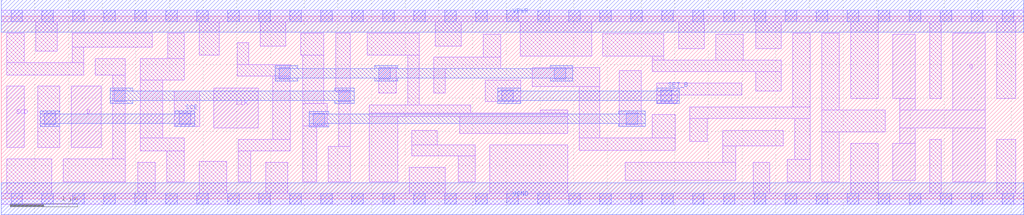
<source format=lef>
# Copyright 2020 The SkyWater PDK Authors
#
# Licensed under the Apache License, Version 2.0 (the "License");
# you may not use this file except in compliance with the License.
# You may obtain a copy of the License at
#
#     https://www.apache.org/licenses/LICENSE-2.0
#
# Unless required by applicable law or agreed to in writing, software
# distributed under the License is distributed on an "AS IS" BASIS,
# WITHOUT WARRANTIES OR CONDITIONS OF ANY KIND, either express or implied.
# See the License for the specific language governing permissions and
# limitations under the License.
#
# SPDX-License-Identifier: Apache-2.0

VERSION 5.7 ;
BUSBITCHARS "[]" ;
DIVIDERCHAR "/" ;
PROPERTYDEFINITIONS
  MACRO maskLayoutSubType STRING ;
  MACRO prCellType STRING ;
  MACRO originalViewName STRING ;
END PROPERTYDEFINITIONS
MACRO sky130_fd_sc_hdll__sdfstp_4
  ORIGIN  0.000000  0.000000 ;
  CLASS CORE ;
  SYMMETRY X Y R90 ;
  SIZE  15.18000 BY  2.720000 ;
  SITE unithd ;
  PIN CLK
    ANTENNAGATEAREA  0.178200 ;
    DIRECTION INPUT ;
    USE SIGNAL ;
    PORT
      LAYER li1 ;
        RECT 3.155000 1.055000 3.815000 1.650000 ;
    END
  END CLK
  PIN D
    ANTENNAGATEAREA  0.178200 ;
    DIRECTION INPUT ;
    USE SIGNAL ;
    PORT
      LAYER li1 ;
        RECT 1.040000 0.765000 1.485000 1.675000 ;
    END
  END D
  PIN Q
    ANTENNADIFFAREA  0.996000 ;
    DIRECTION OUTPUT ;
    USE SIGNAL ;
    PORT
      LAYER li1 ;
        RECT 13.240000 0.275000 13.570000 0.825000 ;
        RECT 13.240000 1.495000 13.570000 2.450000 ;
        RECT 13.345000 0.825000 13.570000 1.055000 ;
        RECT 13.345000 1.055000 14.610000 1.325000 ;
        RECT 13.345000 1.325000 13.570000 1.495000 ;
        RECT 14.130000 0.255000 14.610000 1.055000 ;
        RECT 14.130000 1.325000 14.610000 2.465000 ;
    END
  END Q
  PIN SCD
    ANTENNAGATEAREA  0.178200 ;
    DIRECTION INPUT ;
    USE SIGNAL ;
    PORT
      LAYER li1 ;
        RECT 0.085000 0.765000 0.340000 1.675000 ;
    END
  END SCD
  PIN SCE
    ANTENNAGATEAREA  0.467400 ;
    DIRECTION INPUT ;
    USE SIGNAL ;
    PORT
      LAYER met1 ;
        RECT 0.580000 1.075000 0.870000 1.120000 ;
        RECT 0.580000 1.120000 2.875000 1.260000 ;
        RECT 0.580000 1.260000 0.870000 1.305000 ;
        RECT 2.585000 1.075000 2.875000 1.120000 ;
        RECT 2.585000 1.260000 2.875000 1.305000 ;
    END
  END SCE
  PIN SET_B
    DIRECTION INPUT ;
    USE SIGNAL ;
    PORT
      LAYER met1 ;
        RECT 7.375000 1.415000  7.715000 1.460000 ;
        RECT 7.375000 1.460000 10.070000 1.600000 ;
        RECT 7.375000 1.600000  7.715000 1.645000 ;
        RECT 9.730000 1.415000 10.070000 1.460000 ;
        RECT 9.730000 1.600000 10.070000 1.645000 ;
    END
  END SET_B
  PIN VGND
    DIRECTION INOUT ;
    USE GROUND ;
    PORT
      LAYER met1 ;
        RECT 0.000000 -0.240000 15.180000 0.240000 ;
    END
  END VGND
  PIN VPWR
    DIRECTION INOUT ;
    USE POWER ;
    PORT
      LAYER met1 ;
        RECT 0.000000 2.480000 15.180000 2.960000 ;
    END
  END VPWR
  OBS
    LAYER li1 ;
      RECT  0.000000 -0.085000 15.180000 0.085000 ;
      RECT  0.000000  2.635000 15.180000 2.805000 ;
      RECT  0.085000  0.085000  0.750000 0.595000 ;
      RECT  0.085000  1.845000  1.225000 2.025000 ;
      RECT  0.085000  2.025000  0.345000 2.465000 ;
      RECT  0.515000  2.195000  0.835000 2.635000 ;
      RECT  0.540000  0.765000  0.870000 1.675000 ;
      RECT  0.920000  0.255000  1.845000 0.595000 ;
      RECT  1.055000  2.025000  1.225000 2.255000 ;
      RECT  1.055000  2.255000  2.245000 2.465000 ;
      RECT  1.395000  1.845000  1.845000 2.085000 ;
      RECT  1.655000  0.595000  1.845000 1.845000 ;
      RECT  2.025000  0.085000  2.290000 0.545000 ;
      RECT  2.065000  0.715000  2.720000 0.905000 ;
      RECT  2.065000  0.905000  2.400000 1.770000 ;
      RECT  2.065000  1.770000  2.720000 2.085000 ;
      RECT  2.460000  0.255000  2.720000 0.715000 ;
      RECT  2.470000  2.085000  2.720000 2.465000 ;
      RECT  2.570000  1.075000  2.950000 1.600000 ;
      RECT  2.940000  0.085000  3.350000 0.555000 ;
      RECT  2.940000  2.140000  3.235000 2.635000 ;
      RECT  3.505000  1.830000  4.295000 2.000000 ;
      RECT  3.505000  2.000000  3.675000 2.325000 ;
      RECT  3.520000  0.255000  3.705000 0.715000 ;
      RECT  3.520000  0.715000  4.295000 0.885000 ;
      RECT  3.845000  2.275000  4.225000 2.635000 ;
      RECT  3.925000  0.085000  4.255000 0.545000 ;
      RECT  4.035000  0.885000  4.295000 1.830000 ;
      RECT  4.445000  2.135000  4.790000 2.465000 ;
      RECT  4.475000  0.255000  4.685000 1.085000 ;
      RECT  4.475000  1.085000  4.840000 1.420000 ;
      RECT  4.475000  1.420000  4.790000 2.135000 ;
      RECT  4.855000  0.255000  5.180000 0.780000 ;
      RECT  4.965000  1.590000  5.180000 2.465000 ;
      RECT  5.010000  0.780000  5.180000 1.590000 ;
      RECT  5.435000  2.135000  6.205000 2.465000 ;
      RECT  5.465000  0.255000  5.890000 1.225000 ;
      RECT  5.465000  1.225000  8.415000 1.275000 ;
      RECT  5.465000  1.275000  6.975000 1.395000 ;
      RECT  5.605000  1.575000  5.865000 1.955000 ;
      RECT  6.035000  1.395000  6.205000 2.135000 ;
      RECT  6.060000  0.085000  6.595000 0.465000 ;
      RECT  6.095000  0.635000  7.035000 0.805000 ;
      RECT  6.095000  0.805000  6.475000 1.015000 ;
      RECT  6.425000  1.575000  6.595000 1.935000 ;
      RECT  6.425000  1.935000  7.420000 2.105000 ;
      RECT  6.445000  2.275000  6.830000 2.635000 ;
      RECT  6.785000  0.255000  7.035000 0.635000 ;
      RECT  6.805000  0.975000  8.415000 1.225000 ;
      RECT  7.155000  2.105000  7.420000 2.450000 ;
      RECT  7.190000  1.445000  7.715000 1.765000 ;
      RECT  7.255000  0.085000  8.415000 0.805000 ;
      RECT  7.710000  2.125000  8.765000 2.635000 ;
      RECT  7.885000  1.670000  8.885000 1.955000 ;
      RECT  8.005000  1.275000  8.415000 1.325000 ;
      RECT  8.585000  0.720000 10.005000 0.905000 ;
      RECT  8.585000  0.905000  8.885000 1.670000 ;
      RECT  8.935000  2.125000  9.840000 2.460000 ;
      RECT  9.175000  1.075000  9.500000 1.905000 ;
      RECT  9.265000  0.275000 10.910000 0.545000 ;
      RECT  9.670000  0.905000 10.005000 1.255000 ;
      RECT  9.670000  1.895000 11.585000 2.065000 ;
      RECT  9.670000  2.065000  9.840000 2.125000 ;
      RECT  9.730000  1.425000 10.035000 1.545000 ;
      RECT  9.730000  1.545000 10.995000 1.725000 ;
      RECT 10.060000  2.235000 10.440000 2.635000 ;
      RECT 10.220000  0.855000 10.480000 1.195000 ;
      RECT 10.220000  1.195000 12.015000 1.365000 ;
      RECT 10.610000  2.065000 11.015000 2.450000 ;
      RECT 10.710000  0.545000 10.910000 0.785000 ;
      RECT 10.710000  0.785000 11.615000 1.015000 ;
      RECT 11.165000  0.085000 11.415000 0.545000 ;
      RECT 11.205000  1.605000 11.585000 1.895000 ;
      RECT 11.205000  2.235000 11.585000 2.635000 ;
      RECT 11.675000  0.255000 12.015000 0.585000 ;
      RECT 11.755000  1.365000 12.015000 2.465000 ;
      RECT 11.785000  0.585000 12.015000 1.195000 ;
      RECT 12.185000  0.255000 12.445000 0.995000 ;
      RECT 12.185000  0.995000 13.125000 1.325000 ;
      RECT 12.185000  1.325000 12.445000 2.465000 ;
      RECT 12.615000  0.085000 13.020000 0.825000 ;
      RECT 12.615000  1.495000 13.020000 2.635000 ;
      RECT 13.790000  0.085000 13.960000 0.885000 ;
      RECT 13.790000  1.495000 13.960000 2.635000 ;
      RECT 14.780000  0.085000 15.065000 0.885000 ;
      RECT 14.780000  1.495000 15.065000 2.635000 ;
    LAYER mcon ;
      RECT  0.145000 -0.085000  0.315000 0.085000 ;
      RECT  0.145000  2.635000  0.315000 2.805000 ;
      RECT  0.605000 -0.085000  0.775000 0.085000 ;
      RECT  0.605000  2.635000  0.775000 2.805000 ;
      RECT  0.640000  1.105000  0.810000 1.275000 ;
      RECT  1.065000 -0.085000  1.235000 0.085000 ;
      RECT  1.065000  2.635000  1.235000 2.805000 ;
      RECT  1.525000 -0.085000  1.695000 0.085000 ;
      RECT  1.525000  2.635000  1.695000 2.805000 ;
      RECT  1.675000  1.445000  1.845000 1.615000 ;
      RECT  1.985000 -0.085000  2.155000 0.085000 ;
      RECT  1.985000  2.635000  2.155000 2.805000 ;
      RECT  2.445000 -0.085000  2.615000 0.085000 ;
      RECT  2.445000  2.635000  2.615000 2.805000 ;
      RECT  2.645000  1.105000  2.815000 1.275000 ;
      RECT  2.905000 -0.085000  3.075000 0.085000 ;
      RECT  2.905000  2.635000  3.075000 2.805000 ;
      RECT  3.365000 -0.085000  3.535000 0.085000 ;
      RECT  3.365000  2.635000  3.535000 2.805000 ;
      RECT  3.825000 -0.085000  3.995000 0.085000 ;
      RECT  3.825000  2.635000  3.995000 2.805000 ;
      RECT  4.125000  1.785000  4.295000 1.955000 ;
      RECT  4.285000 -0.085000  4.455000 0.085000 ;
      RECT  4.285000  2.635000  4.455000 2.805000 ;
      RECT  4.635000  1.100000  4.805000 1.270000 ;
      RECT  4.745000 -0.085000  4.915000 0.085000 ;
      RECT  4.745000  2.635000  4.915000 2.805000 ;
      RECT  5.010000  1.445000  5.180000 1.615000 ;
      RECT  5.205000 -0.085000  5.375000 0.085000 ;
      RECT  5.205000  2.635000  5.375000 2.805000 ;
      RECT  5.605000  1.785000  5.775000 1.955000 ;
      RECT  5.665000 -0.085000  5.835000 0.085000 ;
      RECT  5.665000  2.635000  5.835000 2.805000 ;
      RECT  6.125000 -0.085000  6.295000 0.085000 ;
      RECT  6.125000  2.635000  6.295000 2.805000 ;
      RECT  6.585000 -0.085000  6.755000 0.085000 ;
      RECT  6.585000  2.635000  6.755000 2.805000 ;
      RECT  7.045000 -0.085000  7.215000 0.085000 ;
      RECT  7.045000  2.635000  7.215000 2.805000 ;
      RECT  7.435000  1.445000  7.605000 1.615000 ;
      RECT  7.505000 -0.085000  7.675000 0.085000 ;
      RECT  7.505000  2.635000  7.675000 2.805000 ;
      RECT  7.965000 -0.085000  8.135000 0.085000 ;
      RECT  7.965000  2.635000  8.135000 2.805000 ;
      RECT  8.210000  1.785000  8.380000 1.955000 ;
      RECT  8.425000 -0.085000  8.595000 0.085000 ;
      RECT  8.425000  2.635000  8.595000 2.805000 ;
      RECT  8.885000 -0.085000  9.055000 0.085000 ;
      RECT  8.885000  2.635000  9.055000 2.805000 ;
      RECT  9.280000  1.105000  9.450000 1.275000 ;
      RECT  9.345000 -0.085000  9.515000 0.085000 ;
      RECT  9.345000  2.635000  9.515000 2.805000 ;
      RECT  9.790000  1.445000  9.960000 1.615000 ;
      RECT  9.805000 -0.085000  9.975000 0.085000 ;
      RECT  9.805000  2.635000  9.975000 2.805000 ;
      RECT 10.265000 -0.085000 10.435000 0.085000 ;
      RECT 10.265000  2.635000 10.435000 2.805000 ;
      RECT 10.725000 -0.085000 10.895000 0.085000 ;
      RECT 10.725000  2.635000 10.895000 2.805000 ;
      RECT 11.185000 -0.085000 11.355000 0.085000 ;
      RECT 11.185000  2.635000 11.355000 2.805000 ;
      RECT 11.645000 -0.085000 11.815000 0.085000 ;
      RECT 11.645000  2.635000 11.815000 2.805000 ;
      RECT 12.105000 -0.085000 12.275000 0.085000 ;
      RECT 12.105000  2.635000 12.275000 2.805000 ;
      RECT 12.565000 -0.085000 12.735000 0.085000 ;
      RECT 12.565000  2.635000 12.735000 2.805000 ;
      RECT 13.025000 -0.085000 13.195000 0.085000 ;
      RECT 13.025000  2.635000 13.195000 2.805000 ;
      RECT 13.485000 -0.085000 13.655000 0.085000 ;
      RECT 13.485000  2.635000 13.655000 2.805000 ;
      RECT 13.945000 -0.085000 14.115000 0.085000 ;
      RECT 13.945000  2.635000 14.115000 2.805000 ;
      RECT 14.405000 -0.085000 14.575000 0.085000 ;
      RECT 14.405000  2.635000 14.575000 2.805000 ;
      RECT 14.865000 -0.085000 15.035000 0.085000 ;
      RECT 14.865000  2.635000 15.035000 2.805000 ;
    LAYER met1 ;
      RECT 1.615000 1.415000 1.955000 1.460000 ;
      RECT 1.615000 1.460000 5.240000 1.600000 ;
      RECT 1.615000 1.600000 1.955000 1.645000 ;
      RECT 4.065000 1.755000 4.405000 1.800000 ;
      RECT 4.065000 1.800000 8.490000 1.940000 ;
      RECT 4.065000 1.940000 4.405000 1.985000 ;
      RECT 4.575000 1.070000 4.865000 1.120000 ;
      RECT 4.575000 1.120000 9.560000 1.260000 ;
      RECT 4.575000 1.260000 4.865000 1.300000 ;
      RECT 4.950000 1.415000 5.240000 1.460000 ;
      RECT 4.950000 1.600000 5.240000 1.645000 ;
      RECT 5.545000 1.755000 5.885000 1.800000 ;
      RECT 5.545000 1.940000 5.885000 1.985000 ;
      RECT 8.150000 1.755000 8.490000 1.800000 ;
      RECT 8.150000 1.940000 8.490000 1.985000 ;
      RECT 9.170000 1.075000 9.560000 1.120000 ;
      RECT 9.170000 1.260000 9.560000 1.305000 ;
  END
  PROPERTY maskLayoutSubType "abstract" ;
  PROPERTY prCellType "standard" ;
  PROPERTY originalViewName "layout" ;
END sky130_fd_sc_hdll__sdfstp_4

</source>
